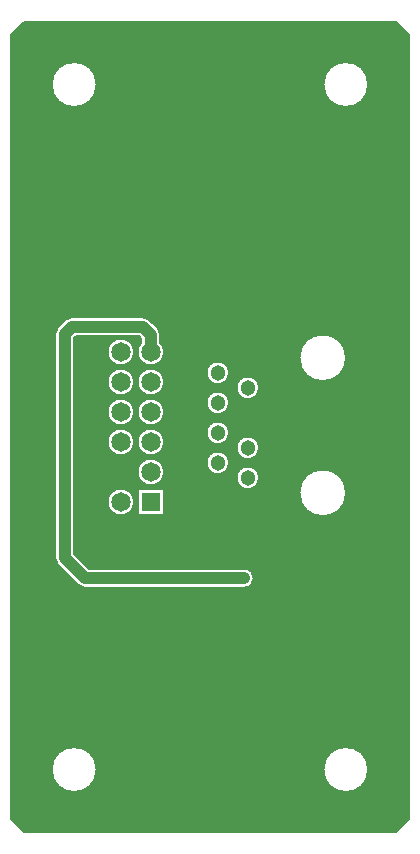
<source format=gbr>
G04 DesignSpark PCB PRO Gerber Version 10.0 Build 5299*
G04 #@! TF.Part,Single*
G04 #@! TF.FileFunction,Copper,L2,Bot*
G04 #@! TF.FilePolarity,Positive*
%FSLAX35Y35*%
%MOIN*%
G04 #@! TA.AperFunction,ComponentPad*
%ADD76R,0.06496X0.06496*%
G04 #@! TD.AperFunction*
%ADD10C,0.00787*%
G04 #@! TA.AperFunction,ViaPad*
%ADD74C,0.03200*%
G04 #@! TD.AperFunction*
%ADD13C,0.03937*%
G04 #@! TA.AperFunction,ComponentPad*
%ADD83C,0.05130*%
%ADD77C,0.06496*%
G04 #@! TD.AperFunction*
X0Y0D02*
D02*
D10*
X6974Y268984D02*
Y7394D01*
X11331Y3037D01*
X135126D01*
X139482Y7394D01*
Y268984D01*
X135126Y273341D01*
X11331D01*
X6974Y268984D01*
X20472Y24016D02*
G75*
G02*
X35433I7480J0D01*
G01*
G75*
G02*
X20472I-7480J0D01*
G01*
Y252362D02*
G75*
G02*
X35433I7480J0D01*
G01*
G75*
G02*
X20472I-7480J0D01*
G01*
X84646Y90945D02*
G75*
G02*
Y84646I0J-3150D01*
G01*
X31496D01*
G75*
G02*
X29266Y85571I0J3150D01*
G01*
X22579Y92258D01*
G75*
G02*
X21654Y94488I2224J2230D01*
G01*
Y169287D01*
G75*
G02*
Y169290I1211J2D01*
G01*
G75*
G02*
Y169291I1410J1D01*
G01*
G75*
G02*
X22576Y171519I3150J0D01*
G01*
X24938Y173881D01*
G75*
G02*
X27170Y174803I2227J-2227D01*
G01*
X50783D01*
G75*
G02*
X53015Y173881I4J-3150D01*
G01*
X55770Y171125D01*
G75*
G02*
X56693Y168898I-2227J-2227D01*
G01*
G75*
G02*
Y168896I-1327J0D01*
G01*
G75*
G02*
Y168893I-1195J-2D01*
G01*
Y166303D01*
G75*
G02*
X57972Y163189I-3150J-3114D01*
G01*
G75*
G02*
X49114I-4429J0D01*
G01*
G75*
G02*
X50394Y166303I4430J0D01*
G01*
Y167593D01*
X49483Y168504D01*
X28470D01*
X27953Y167987D01*
Y95793D01*
X32801Y90945D01*
X84646D01*
X39114Y113189D02*
G75*
G02*
X47972I4429J0D01*
G01*
G75*
G02*
X39114I-4429J0D01*
G01*
Y133189D02*
G75*
G02*
X47972I4429J0D01*
G01*
G75*
G02*
X39114I-4429J0D01*
G01*
Y143189D02*
G75*
G02*
X47972I4429J0D01*
G01*
G75*
G02*
X39114I-4429J0D01*
G01*
Y153189D02*
G75*
G02*
X47972I4429J0D01*
G01*
G75*
G02*
X39114I-4429J0D01*
G01*
Y163189D02*
G75*
G02*
X47972I4429J0D01*
G01*
G75*
G02*
X39114I-4429J0D01*
G01*
X49114Y117618D02*
X57972D01*
Y108760D01*
X49114D01*
Y117618D01*
Y123189D02*
G75*
G02*
X57972I4429J0D01*
G01*
G75*
G02*
X49114I-4429J0D01*
G01*
Y133189D02*
G75*
G02*
X57972I4429J0D01*
G01*
G75*
G02*
X49114I-4429J0D01*
G01*
Y143189D02*
G75*
G02*
X57972I4429J0D01*
G01*
G75*
G02*
X49114I-4429J0D01*
G01*
Y153189D02*
G75*
G02*
X57972I4429J0D01*
G01*
G75*
G02*
X49114I-4429J0D01*
G01*
X72081Y126260D02*
G75*
G02*
X79573I3746J0D01*
G01*
G75*
G02*
X72081I-3746J0D01*
G01*
Y136260D02*
G75*
G02*
X79573I3746J0D01*
G01*
G75*
G02*
X72081I-3746J0D01*
G01*
Y146260D02*
G75*
G02*
X79573I3746J0D01*
G01*
G75*
G02*
X72081I-3746J0D01*
G01*
Y156260D02*
G75*
G02*
X79573I3746J0D01*
G01*
G75*
G02*
X72081I-3746J0D01*
G01*
X82081Y121260D02*
G75*
G02*
X89573I3746J0D01*
G01*
G75*
G02*
X82081I-3746J0D01*
G01*
Y131260D02*
G75*
G02*
X89573I3746J0D01*
G01*
G75*
G02*
X82081I-3746J0D01*
G01*
Y151260D02*
G75*
G02*
X89573I3746J0D01*
G01*
G75*
G02*
X82081I-3746J0D01*
G01*
X103051Y116256D02*
G75*
G02*
X118602I7776J0D01*
G01*
G75*
G02*
X103051I-7776J0D01*
G01*
X111024Y24016D02*
G75*
G02*
X125984I7480J0D01*
G01*
G75*
G02*
X111024I-7480J0D01*
G01*
X103051Y161264D02*
G75*
G02*
X118602I7776J0D01*
G01*
G75*
G02*
X103051I-7776J0D01*
G01*
X111024Y252362D02*
G75*
G02*
X125984I7480J0D01*
G01*
G75*
G02*
X111024I-7480J0D01*
G01*
X7368Y24016D02*
G36*
X7368Y24016D02*
Y7000D01*
X10937Y3431D01*
X135519D01*
X139089Y7000D01*
Y24016D01*
X125984D01*
G75*
G02*
X111024I-7480J0D01*
G01*
X35433D01*
G75*
G02*
X20472I-7480J0D01*
G01*
X7368D01*
G37*
Y113189D02*
G36*
X7368Y113189D02*
Y24016D01*
X20472D01*
G75*
G02*
X35433I7480J0D01*
G01*
X111024D01*
G75*
G02*
X125984I7480J0D01*
G01*
X139089D01*
Y113189D01*
X117972D01*
G75*
G02*
X103681I-7145J3067D01*
G01*
X57972D01*
Y108760D01*
X49114D01*
Y113189D01*
X47972D01*
G75*
G02*
X39114I-4429J0D01*
G01*
X27953D01*
Y95793D01*
X32801Y90945D01*
X84646D01*
G75*
G02*
X87795Y87795I0J-3150D01*
G01*
G75*
G02*
X84646Y84646I-3150J0D01*
G01*
X31496D01*
G75*
G02*
X29266Y85571I0J3151D01*
G01*
X22579Y92258D01*
G75*
G02*
X21654Y94488I2226J2230D01*
G01*
Y113189D01*
X7368D01*
G37*
Y123189D02*
G36*
X7368Y123189D02*
Y113189D01*
X21654D01*
Y123189D01*
X7368D01*
G37*
X27953D02*
G36*
X27953Y123189D02*
Y113189D01*
X39114D01*
G75*
G02*
X47972I4429J0D01*
G01*
X49114D01*
Y117618D01*
X57972D01*
Y113189D01*
X103681D01*
G75*
G02*
X103051Y116256I7145J3067D01*
G01*
G75*
G02*
X107307Y123189I7776J0D01*
G01*
X89038D01*
G75*
G02*
X89573Y121260I-3211J-1930D01*
G01*
G75*
G02*
X82081I-3746J0D01*
G01*
G75*
G02*
X82616Y123189I3746J0D01*
G01*
X77972D01*
G75*
G02*
X73681I-2145J3071D01*
G01*
X57972D01*
G75*
G02*
X49114I-4429J0D01*
G01*
X27953D01*
G37*
X118602Y116256D02*
G36*
X118602Y116256D02*
G75*
G02*
X117972Y113189I-7776J0D01*
G01*
X139089D01*
Y123189D01*
X114347D01*
G75*
G02*
X118602Y116256I-3520J-6933D01*
G01*
G37*
X7368Y129724D02*
G36*
X7368Y129724D02*
Y123189D01*
X21654D01*
Y129724D01*
X7368D01*
G37*
X27953D02*
G36*
X27953Y129724D02*
Y123189D01*
X49114D01*
G75*
G02*
X57972I4429J0D01*
G01*
X73681D01*
G75*
G02*
X72081Y126260I2145J3071D01*
G01*
G75*
G02*
X74402Y129724I3746J0D01*
G01*
X56303D01*
G75*
G02*
X50784I-2759J3465D01*
G01*
X46303D01*
G75*
G02*
X40784I-2759J3465D01*
G01*
X27953D01*
G37*
X79573Y126260D02*
G36*
X79573Y126260D02*
G75*
G02*
X77972Y123189I-3746J0D01*
G01*
X82616D01*
G75*
G02*
X89038I3211J-1929D01*
G01*
X107307D01*
G75*
G02*
X114347I3520J-6933D01*
G01*
X139089D01*
Y129724D01*
X89244D01*
G75*
G02*
X82410I-3417J1535D01*
G01*
X77252D01*
G75*
G02*
X79573Y126260I-1425J-3465D01*
G01*
G37*
X7368Y136260D02*
G36*
X7368Y136260D02*
Y129724D01*
X21654D01*
Y136260D01*
X7368D01*
G37*
X27953D02*
G36*
X27953Y136260D02*
Y129724D01*
X40784D01*
G75*
G02*
X39114Y133189I2759J3465D01*
G01*
G75*
G02*
X40352Y136260I4429J0D01*
G01*
X27953D01*
G37*
X47972Y133189D02*
G36*
X47972Y133189D02*
G75*
G02*
X46303Y129724I-4429J0D01*
G01*
X50784D01*
G75*
G02*
X49114Y133189I2759J3465D01*
G01*
G75*
G02*
X50352Y136260I4429J0D01*
G01*
X46735D01*
G75*
G02*
X47972Y133189I-3192J-3071D01*
G01*
G37*
X57972D02*
G36*
X57972Y133189D02*
G75*
G02*
X56303Y129724I-4429J0D01*
G01*
X74402D01*
G75*
G02*
X77252I1425J-3465D01*
G01*
X82410D01*
G75*
G02*
X82081Y131260I3417J1535D01*
G01*
G75*
G02*
X89573I3746J0D01*
G01*
G75*
G02*
X89244Y129724I-3746J0D01*
G01*
X139089D01*
Y136260D01*
X79573D01*
G75*
G02*
X72081I-3746J0D01*
G01*
X56735D01*
G75*
G02*
X57972Y133189I-3192J-3071D01*
G01*
G37*
X7368Y143189D02*
G36*
X7368Y143189D02*
Y136260D01*
X21654D01*
Y143189D01*
X7368D01*
G37*
X27953D02*
G36*
X27953Y143189D02*
Y136260D01*
X40352D01*
G75*
G02*
X46735I3192J-3071D01*
G01*
X50352D01*
G75*
G02*
X56735I3192J-3071D01*
G01*
X72081D01*
G75*
G02*
X79573I3746J0D01*
G01*
X139089D01*
Y143189D01*
X77972D01*
G75*
G02*
X73681I-2145J3071D01*
G01*
X57972D01*
G75*
G02*
X49114I-4429J0D01*
G01*
X47972D01*
G75*
G02*
X39114I-4429J0D01*
G01*
X27953D01*
G37*
X7368Y153189D02*
G36*
X7368Y153189D02*
Y143189D01*
X21654D01*
Y153189D01*
X7368D01*
G37*
X27953D02*
G36*
X27953Y153189D02*
Y143189D01*
X39114D01*
G75*
G02*
X47972I4429J0D01*
G01*
X49114D01*
G75*
G02*
X57972I4429J0D01*
G01*
X73681D01*
G75*
G02*
X72081Y146260I2145J3071D01*
G01*
G75*
G02*
X79573I3746J0D01*
G01*
G75*
G02*
X77972Y143189I-3746J0D01*
G01*
X139089D01*
Y153189D01*
X89038D01*
G75*
G02*
X89573Y151260I-3211J-1930D01*
G01*
G75*
G02*
X82081I-3746J0D01*
G01*
G75*
G02*
X82616Y153189I3746J0D01*
G01*
X77972D01*
G75*
G02*
X73681I-2145J3071D01*
G01*
X57972D01*
G75*
G02*
X49114I-4429J0D01*
G01*
X47972D01*
G75*
G02*
X39114I-4429J0D01*
G01*
X27953D01*
G37*
X7368Y163189D02*
G36*
X7368Y163189D02*
Y153189D01*
X21654D01*
Y163189D01*
X7368D01*
G37*
X27953D02*
G36*
X27953Y163189D02*
Y153189D01*
X39114D01*
G75*
G02*
X47972I4429J0D01*
G01*
X49114D01*
G75*
G02*
X57972I4429J0D01*
G01*
X73681D01*
G75*
G02*
X72081Y156260I2145J3071D01*
G01*
G75*
G02*
X79573I3746J0D01*
G01*
G75*
G02*
X77972Y153189I-3746J0D01*
G01*
X82616D01*
G75*
G02*
X89038I3211J-1929D01*
G01*
X139089D01*
Y163189D01*
X118360D01*
G75*
G02*
X118602Y161264I-7533J-1925D01*
G01*
G75*
G02*
X103051I-7776J0D01*
G01*
G75*
G02*
X103293Y163189I7776J0D01*
G01*
X57972D01*
G75*
G02*
X49114I-4429J0D01*
G01*
X47972D01*
G75*
G02*
X39114I-4429J0D01*
G01*
X27953D01*
G37*
X7368Y252362D02*
G36*
X7368Y252362D02*
Y163189D01*
X21654D01*
Y169287D01*
Y169290D01*
Y169291D01*
G75*
G02*
X22576Y171519I3151J0D01*
G01*
X24938Y173881D01*
G75*
G02*
X27170Y174803I2228J-2229D01*
G01*
X50783D01*
G75*
G02*
X53015Y173881I4J-3152D01*
G01*
X55770Y171125D01*
G75*
G02*
X56693Y168898I-2227J-2227D01*
G01*
Y168898D01*
Y168896D01*
Y168893D01*
Y166303D01*
G75*
G02*
X57972Y163189I-3149J-3114D01*
G01*
Y163189D01*
X103293D01*
G75*
G02*
X118360I7533J-1925D01*
G01*
X139089D01*
Y252362D01*
X125984D01*
G75*
G02*
X111024I-7480J0D01*
G01*
X35433D01*
G75*
G02*
X20472I-7480J0D01*
G01*
X7368D01*
G37*
X27953Y167987D02*
G36*
X27953Y167987D02*
Y163189D01*
X39114D01*
G75*
G02*
X47972I4429J0D01*
G01*
X49114D01*
Y163189D01*
G75*
G02*
X50394Y166303I4428J0D01*
G01*
Y167593D01*
X49483Y168504D01*
X28470D01*
X27953Y167987D01*
G37*
X7368Y269378D02*
G36*
X7368Y269378D02*
Y252362D01*
X20472D01*
G75*
G02*
X35433I7480J0D01*
G01*
X111024D01*
G75*
G02*
X125984I7480J0D01*
G01*
X139089D01*
Y269378D01*
X135519Y272947D01*
X10937D01*
X7368Y269378D01*
G37*
D02*
D13*
X53543Y163189D02*
Y168898D01*
X50787Y171654D01*
X27165D01*
X24803Y169291D01*
Y94488D01*
X31496Y87795D01*
X61417D01*
X84646D01*
D02*
D74*
X16535Y59449D03*
Y83071D03*
Y102756D03*
Y138189D03*
Y173622D03*
X31890Y70866D03*
X37795Y59449D03*
Y83071D03*
Y102756D03*
Y138189D03*
Y178346D03*
X40945Y188189D03*
X45669Y61417D03*
X52756Y79921D03*
X54331Y87795D03*
X61417Y20079D03*
Y87795D03*
Y187008D03*
X66142Y238976D03*
X66535Y74803D03*
X69685Y173622D03*
X72047Y82677D03*
X79921Y48425D03*
Y168110D03*
X82677Y187008D03*
X84646Y87795D03*
Y199213D03*
Y220472D03*
X85039Y20079D03*
X90945Y173622D03*
X92520Y94488D03*
X101969Y92520D03*
X111024Y59449D03*
Y83071D03*
Y102756D03*
Y138189D03*
X119685Y199606D03*
X132283Y59449D03*
Y83071D03*
Y102756D03*
Y138189D03*
D02*
D76*
X53543Y113189D03*
D02*
D77*
X43543D03*
Y123189D03*
Y133189D03*
Y143189D03*
Y153189D03*
Y163189D03*
X53543Y123189D03*
Y133189D03*
Y143189D03*
Y153189D03*
Y163189D03*
D02*
D83*
X75827Y126260D03*
Y136260D03*
Y146260D03*
Y156260D03*
X85827Y121260D03*
Y131260D03*
Y141260D03*
Y151260D03*
X0Y0D02*
M02*

</source>
